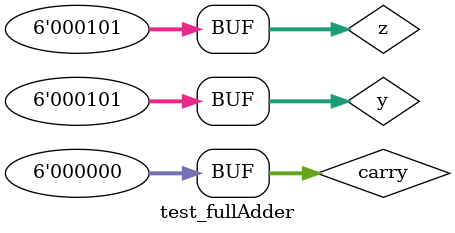
<source format=v>
module xorgate (output [2:0] sxor,
					 input [5:0] w,
					 input [5:0] x);
assign sxor = (w ^ x);
endmodule
module andgate (output [2:0] sand,
					 input [5:0] w,
					 input [5:0] x);
assign sand = (w & x);
endmodule
module orgate (output [2:0] sor,
					input [5:0] w,
					input [5:0] x);
assign sor = (w | x);
endmodule
module test_fullAdder; 
// ------------------------- definir dados 
reg [5:0] y; 
reg [5:0] z; 
reg [5:0] carry; 
wire [2:0] sxor; 
wire [2:0] s0f; 
wire [2:0] sand1; 
wire [2:0] sand2; 
wire [2:0] s1f; 
xorgate s00 ( sxor, carry, y );
xorgate s01 ( s0f, sxor, z );
andgate s10 ( sand1, carry, y );
andgate s11 ( sand2, sxor, z );
orgate s12 ( s1f, sand1, sand2 );
// ------------------------- parte principal 
initial begin 
$display("Exemplo0021 - Pedro Henrique Vilar Locatelli - 427453"); 
$display("Test ALU's full adder"); 
// projetar testes do somador complete
#1 y = 6'b000001; z = 6'b000001; carry = 6'b000000;
$monitor("%b + %b = %b%b", y, z, s1f, s0f ); 
#2 y = 6'b000101; z = 6'b000101; carry = 6'b000000;
end 
endmodule // test_fullAdder 
</source>
